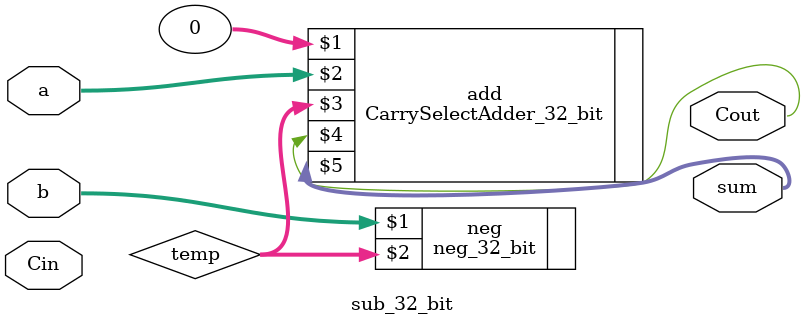
<source format=v>
module sub_32_bit(
    input Cin, 
    input [31:0] a, 
    input [31:0] b, 
    output Cout, 
    output [31:0] sum
);
    wire [31:0] temp; 
    neg_32_bit neg(b, temp);
    CarrySelectAdder_32_bit add(0, a, temp, Cout, sum);

endmodule

</source>
